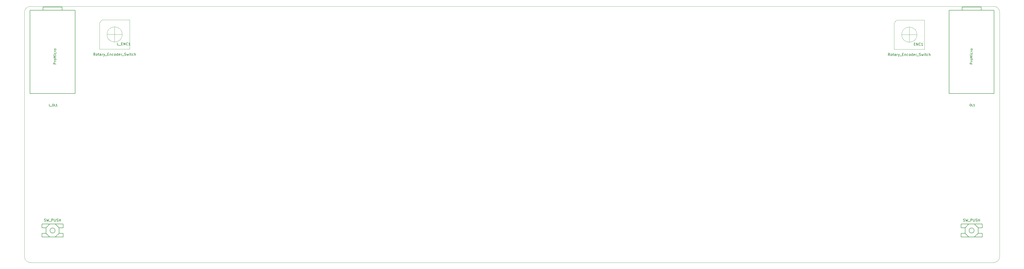
<source format=gbr>
%TF.GenerationSoftware,KiCad,Pcbnew,(5.1.9)-1*%
%TF.CreationDate,2021-05-03T17:40:34-07:00*%
%TF.ProjectId,USKB Final,55534b42-2046-4696-9e61-6c2e6b696361,rev?*%
%TF.SameCoordinates,Original*%
%TF.FileFunction,Other,Fab,Top*%
%FSLAX46Y46*%
G04 Gerber Fmt 4.6, Leading zero omitted, Abs format (unit mm)*
G04 Created by KiCad (PCBNEW (5.1.9)-1) date 2021-05-03 17:40:34*
%MOMM*%
%LPD*%
G01*
G04 APERTURE LIST*
%TA.AperFunction,Profile*%
%ADD10C,0.050000*%
%TD*%
%ADD11C,0.120000*%
%ADD12C,0.150000*%
G04 APERTURE END LIST*
D10*
X19050000Y-25400000D02*
X400050000Y-25400000D01*
X19050000Y-127000000D02*
X19843750Y-127000000D01*
X19050000Y-127000000D02*
G75*
G02*
X16668750Y-124618750I0J2381250D01*
G01*
X16668750Y-27781250D02*
X16668750Y-124618750D01*
X16668750Y-27781250D02*
G75*
G02*
X19050000Y-25400000I2381250J0D01*
G01*
X400050000Y-127000000D02*
X19843750Y-127000000D01*
X402431250Y-124618750D02*
G75*
G02*
X400050000Y-127000000I-2381250J0D01*
G01*
X402431250Y-27781250D02*
X402431250Y-124618750D01*
X400050000Y-25400000D02*
G75*
G02*
X402431250Y-27781250I0J-2381250D01*
G01*
D11*
%TO.C,ENC1*%
X369687750Y-36631250D02*
G75*
G03*
X369687750Y-36631250I-3000000J0D01*
G01*
X361687750Y-30831250D02*
X372687750Y-30831250D01*
X372687750Y-30831250D02*
X372687750Y-42431250D01*
X372687750Y-42431250D02*
X360687750Y-42431250D01*
X360687750Y-42431250D02*
X360687750Y-31931250D01*
X360687750Y-31931250D02*
X361687750Y-30831250D01*
X366687750Y-33631250D02*
X366687750Y-39631250D01*
X363687750Y-36631250D02*
X369687750Y-36631250D01*
D12*
%TO.C,U1*%
X382418750Y-59993750D02*
X382418750Y-26943750D01*
X400218750Y-59993750D02*
X382418750Y-59993750D01*
X400218750Y-26943750D02*
X400218750Y-59993750D01*
X382418750Y-26943750D02*
X387568750Y-26943750D01*
X387568750Y-25643750D02*
X395068750Y-25643750D01*
X395068750Y-25643750D02*
X395068750Y-26943750D01*
X387568750Y-25643750D02*
X387568750Y-26944711D01*
X387568750Y-26943750D02*
X395068750Y-26943750D01*
X395078750Y-26943750D02*
X400218750Y-26943750D01*
%TO.C,L_U1*%
X18881250Y-59993750D02*
X18881250Y-26943750D01*
X36681250Y-59993750D02*
X18881250Y-59993750D01*
X36681250Y-26943750D02*
X36681250Y-59993750D01*
X18881250Y-26943750D02*
X24031250Y-26943750D01*
X24031250Y-25643750D02*
X31531250Y-25643750D01*
X31531250Y-25643750D02*
X31531250Y-26943750D01*
X24031250Y-25643750D02*
X24031250Y-26944711D01*
X24031250Y-26943750D02*
X31531250Y-26943750D01*
X31541250Y-26943750D02*
X36681250Y-26943750D01*
%TO.C,L_SW1*%
X25181250Y-115400000D02*
X26681250Y-116900000D01*
X30381250Y-115400000D02*
X28881250Y-116900000D01*
X30381250Y-113200000D02*
X28881250Y-111700000D01*
X25181250Y-113200000D02*
X26681250Y-111700000D01*
X28781250Y-114300000D02*
G75*
G03*
X28781250Y-114300000I-1000000J0D01*
G01*
X23581250Y-113200000D02*
X23581250Y-111700000D01*
X25181250Y-113200000D02*
X23581250Y-113200000D01*
X25181250Y-115400000D02*
X25181250Y-113200000D01*
X23581250Y-115400000D02*
X25181250Y-115400000D01*
X23581250Y-116900000D02*
X23581250Y-115400000D01*
X31981250Y-116900000D02*
X23581250Y-116900000D01*
X31981250Y-115400000D02*
X31981250Y-116900000D01*
X30381250Y-115400000D02*
X31981250Y-115400000D01*
X30381250Y-113200000D02*
X30381250Y-115400000D01*
X31981250Y-113200000D02*
X30381250Y-113200000D01*
X31981250Y-111700000D02*
X31981250Y-113100000D01*
X23581250Y-111700000D02*
X31981250Y-111700000D01*
%TO.C,SW1*%
X388718750Y-115400000D02*
X390218750Y-116900000D01*
X393918750Y-115400000D02*
X392418750Y-116900000D01*
X393918750Y-113200000D02*
X392418750Y-111700000D01*
X388718750Y-113200000D02*
X390218750Y-111700000D01*
X392318750Y-114300000D02*
G75*
G03*
X392318750Y-114300000I-1000000J0D01*
G01*
X387118750Y-113200000D02*
X387118750Y-111700000D01*
X388718750Y-113200000D02*
X387118750Y-113200000D01*
X388718750Y-115400000D02*
X388718750Y-113200000D01*
X387118750Y-115400000D02*
X388718750Y-115400000D01*
X387118750Y-116900000D02*
X387118750Y-115400000D01*
X395518750Y-116900000D02*
X387118750Y-116900000D01*
X395518750Y-115400000D02*
X395518750Y-116900000D01*
X393918750Y-115400000D02*
X395518750Y-115400000D01*
X393918750Y-113200000D02*
X393918750Y-115400000D01*
X395518750Y-113200000D02*
X393918750Y-113200000D01*
X395518750Y-111700000D02*
X395518750Y-113100000D01*
X387118750Y-111700000D02*
X395518750Y-111700000D01*
D11*
%TO.C,L_ENC1*%
X55331000Y-36536000D02*
G75*
G03*
X55331000Y-36536000I-3000000J0D01*
G01*
X47331000Y-30736000D02*
X58331000Y-30736000D01*
X58331000Y-30736000D02*
X58331000Y-42336000D01*
X58331000Y-42336000D02*
X46331000Y-42336000D01*
X46331000Y-42336000D02*
X46331000Y-31836000D01*
X46331000Y-31836000D02*
X47331000Y-30736000D01*
X52331000Y-33536000D02*
X52331000Y-39536000D01*
X49331000Y-36536000D02*
X55331000Y-36536000D01*
%TD*%
%TO.C,ENC1*%
D12*
X358973464Y-44983630D02*
X358640130Y-44507440D01*
X358402035Y-44983630D02*
X358402035Y-43983630D01*
X358782988Y-43983630D01*
X358878226Y-44031250D01*
X358925845Y-44078869D01*
X358973464Y-44174107D01*
X358973464Y-44316964D01*
X358925845Y-44412202D01*
X358878226Y-44459821D01*
X358782988Y-44507440D01*
X358402035Y-44507440D01*
X359544892Y-44983630D02*
X359449654Y-44936011D01*
X359402035Y-44888392D01*
X359354416Y-44793154D01*
X359354416Y-44507440D01*
X359402035Y-44412202D01*
X359449654Y-44364583D01*
X359544892Y-44316964D01*
X359687750Y-44316964D01*
X359782988Y-44364583D01*
X359830607Y-44412202D01*
X359878226Y-44507440D01*
X359878226Y-44793154D01*
X359830607Y-44888392D01*
X359782988Y-44936011D01*
X359687750Y-44983630D01*
X359544892Y-44983630D01*
X360163940Y-44316964D02*
X360544892Y-44316964D01*
X360306797Y-43983630D02*
X360306797Y-44840773D01*
X360354416Y-44936011D01*
X360449654Y-44983630D01*
X360544892Y-44983630D01*
X361306797Y-44983630D02*
X361306797Y-44459821D01*
X361259178Y-44364583D01*
X361163940Y-44316964D01*
X360973464Y-44316964D01*
X360878226Y-44364583D01*
X361306797Y-44936011D02*
X361211559Y-44983630D01*
X360973464Y-44983630D01*
X360878226Y-44936011D01*
X360830607Y-44840773D01*
X360830607Y-44745535D01*
X360878226Y-44650297D01*
X360973464Y-44602678D01*
X361211559Y-44602678D01*
X361306797Y-44555059D01*
X361782988Y-44983630D02*
X361782988Y-44316964D01*
X361782988Y-44507440D02*
X361830607Y-44412202D01*
X361878226Y-44364583D01*
X361973464Y-44316964D01*
X362068702Y-44316964D01*
X362306797Y-44316964D02*
X362544892Y-44983630D01*
X362782988Y-44316964D02*
X362544892Y-44983630D01*
X362449654Y-45221726D01*
X362402035Y-45269345D01*
X362306797Y-45316964D01*
X362925845Y-45078869D02*
X363687750Y-45078869D01*
X363925845Y-44459821D02*
X364259178Y-44459821D01*
X364402035Y-44983630D02*
X363925845Y-44983630D01*
X363925845Y-43983630D01*
X364402035Y-43983630D01*
X364830607Y-44316964D02*
X364830607Y-44983630D01*
X364830607Y-44412202D02*
X364878226Y-44364583D01*
X364973464Y-44316964D01*
X365116321Y-44316964D01*
X365211559Y-44364583D01*
X365259178Y-44459821D01*
X365259178Y-44983630D01*
X366163940Y-44936011D02*
X366068702Y-44983630D01*
X365878226Y-44983630D01*
X365782988Y-44936011D01*
X365735369Y-44888392D01*
X365687750Y-44793154D01*
X365687750Y-44507440D01*
X365735369Y-44412202D01*
X365782988Y-44364583D01*
X365878226Y-44316964D01*
X366068702Y-44316964D01*
X366163940Y-44364583D01*
X366735369Y-44983630D02*
X366640130Y-44936011D01*
X366592511Y-44888392D01*
X366544892Y-44793154D01*
X366544892Y-44507440D01*
X366592511Y-44412202D01*
X366640130Y-44364583D01*
X366735369Y-44316964D01*
X366878226Y-44316964D01*
X366973464Y-44364583D01*
X367021083Y-44412202D01*
X367068702Y-44507440D01*
X367068702Y-44793154D01*
X367021083Y-44888392D01*
X366973464Y-44936011D01*
X366878226Y-44983630D01*
X366735369Y-44983630D01*
X367925845Y-44983630D02*
X367925845Y-43983630D01*
X367925845Y-44936011D02*
X367830607Y-44983630D01*
X367640130Y-44983630D01*
X367544892Y-44936011D01*
X367497273Y-44888392D01*
X367449654Y-44793154D01*
X367449654Y-44507440D01*
X367497273Y-44412202D01*
X367544892Y-44364583D01*
X367640130Y-44316964D01*
X367830607Y-44316964D01*
X367925845Y-44364583D01*
X368782988Y-44936011D02*
X368687750Y-44983630D01*
X368497273Y-44983630D01*
X368402035Y-44936011D01*
X368354416Y-44840773D01*
X368354416Y-44459821D01*
X368402035Y-44364583D01*
X368497273Y-44316964D01*
X368687750Y-44316964D01*
X368782988Y-44364583D01*
X368830607Y-44459821D01*
X368830607Y-44555059D01*
X368354416Y-44650297D01*
X369259178Y-44983630D02*
X369259178Y-44316964D01*
X369259178Y-44507440D02*
X369306797Y-44412202D01*
X369354416Y-44364583D01*
X369449654Y-44316964D01*
X369544892Y-44316964D01*
X369640130Y-45078869D02*
X370402035Y-45078869D01*
X370592511Y-44936011D02*
X370735369Y-44983630D01*
X370973464Y-44983630D01*
X371068702Y-44936011D01*
X371116321Y-44888392D01*
X371163940Y-44793154D01*
X371163940Y-44697916D01*
X371116321Y-44602678D01*
X371068702Y-44555059D01*
X370973464Y-44507440D01*
X370782988Y-44459821D01*
X370687750Y-44412202D01*
X370640130Y-44364583D01*
X370592511Y-44269345D01*
X370592511Y-44174107D01*
X370640130Y-44078869D01*
X370687750Y-44031250D01*
X370782988Y-43983630D01*
X371021083Y-43983630D01*
X371163940Y-44031250D01*
X371497273Y-44316964D02*
X371687750Y-44983630D01*
X371878226Y-44507440D01*
X372068702Y-44983630D01*
X372259178Y-44316964D01*
X372640130Y-44983630D02*
X372640130Y-44316964D01*
X372640130Y-43983630D02*
X372592511Y-44031250D01*
X372640130Y-44078869D01*
X372687749Y-44031250D01*
X372640130Y-43983630D01*
X372640130Y-44078869D01*
X372973464Y-44316964D02*
X373354416Y-44316964D01*
X373116321Y-43983630D02*
X373116321Y-44840773D01*
X373163940Y-44936011D01*
X373259178Y-44983630D01*
X373354416Y-44983630D01*
X374116321Y-44936011D02*
X374021083Y-44983630D01*
X373830607Y-44983630D01*
X373735369Y-44936011D01*
X373687749Y-44888392D01*
X373640130Y-44793154D01*
X373640130Y-44507440D01*
X373687749Y-44412202D01*
X373735369Y-44364583D01*
X373830607Y-44316964D01*
X374021083Y-44316964D01*
X374116321Y-44364583D01*
X374544892Y-44983630D02*
X374544892Y-43983630D01*
X374973464Y-44983630D02*
X374973464Y-44459821D01*
X374925845Y-44364583D01*
X374830607Y-44316964D01*
X374687749Y-44316964D01*
X374592511Y-44364583D01*
X374544892Y-44412202D01*
X368573464Y-40359821D02*
X368906797Y-40359821D01*
X369049654Y-40883630D02*
X368573464Y-40883630D01*
X368573464Y-39883630D01*
X369049654Y-39883630D01*
X369478226Y-40883630D02*
X369478226Y-39883630D01*
X370049654Y-40883630D01*
X370049654Y-39883630D01*
X371097273Y-40788392D02*
X371049654Y-40836011D01*
X370906797Y-40883630D01*
X370811559Y-40883630D01*
X370668702Y-40836011D01*
X370573464Y-40740773D01*
X370525845Y-40645535D01*
X370478226Y-40455059D01*
X370478226Y-40312202D01*
X370525845Y-40121726D01*
X370573464Y-40026488D01*
X370668702Y-39931250D01*
X370811559Y-39883630D01*
X370906797Y-39883630D01*
X371049654Y-39931250D01*
X371097273Y-39978869D01*
X372049654Y-40883630D02*
X371478226Y-40883630D01*
X371763940Y-40883630D02*
X371763940Y-39883630D01*
X371668702Y-40026488D01*
X371573464Y-40121726D01*
X371478226Y-40169345D01*
%TO.C,U1*%
X391671130Y-48317559D02*
X390671130Y-48317559D01*
X390671130Y-47936607D01*
X390718750Y-47841369D01*
X390766369Y-47793750D01*
X390861607Y-47746130D01*
X391004464Y-47746130D01*
X391099702Y-47793750D01*
X391147321Y-47841369D01*
X391194940Y-47936607D01*
X391194940Y-48317559D01*
X391671130Y-47317559D02*
X391004464Y-47317559D01*
X391194940Y-47317559D02*
X391099702Y-47269940D01*
X391052083Y-47222321D01*
X391004464Y-47127083D01*
X391004464Y-47031845D01*
X391671130Y-46555654D02*
X391623511Y-46650892D01*
X391575892Y-46698511D01*
X391480654Y-46746130D01*
X391194940Y-46746130D01*
X391099702Y-46698511D01*
X391052083Y-46650892D01*
X391004464Y-46555654D01*
X391004464Y-46412797D01*
X391052083Y-46317559D01*
X391099702Y-46269940D01*
X391194940Y-46222321D01*
X391480654Y-46222321D01*
X391575892Y-46269940D01*
X391623511Y-46317559D01*
X391671130Y-46412797D01*
X391671130Y-46555654D01*
X391671130Y-45793750D02*
X390671130Y-45793750D01*
X391385416Y-45460416D01*
X390671130Y-45127083D01*
X391671130Y-45127083D01*
X391671130Y-44650892D02*
X391004464Y-44650892D01*
X390671130Y-44650892D02*
X390718750Y-44698511D01*
X390766369Y-44650892D01*
X390718750Y-44603273D01*
X390671130Y-44650892D01*
X390766369Y-44650892D01*
X391623511Y-43746130D02*
X391671130Y-43841369D01*
X391671130Y-44031845D01*
X391623511Y-44127083D01*
X391575892Y-44174702D01*
X391480654Y-44222321D01*
X391194940Y-44222321D01*
X391099702Y-44174702D01*
X391052083Y-44127083D01*
X391004464Y-44031845D01*
X391004464Y-43841369D01*
X391052083Y-43746130D01*
X391671130Y-43317559D02*
X391004464Y-43317559D01*
X391194940Y-43317559D02*
X391099702Y-43269940D01*
X391052083Y-43222321D01*
X391004464Y-43127083D01*
X391004464Y-43031845D01*
X391671130Y-42555654D02*
X391623511Y-42650892D01*
X391575892Y-42698511D01*
X391480654Y-42746130D01*
X391194940Y-42746130D01*
X391099702Y-42698511D01*
X391052083Y-42650892D01*
X391004464Y-42555654D01*
X391004464Y-42412797D01*
X391052083Y-42317559D01*
X391099702Y-42269940D01*
X391194940Y-42222321D01*
X391480654Y-42222321D01*
X391575892Y-42269940D01*
X391623511Y-42317559D01*
X391671130Y-42412797D01*
X391671130Y-42555654D01*
%TO.C,L_U1*%
X29149630Y-48317559D02*
X28149630Y-48317559D01*
X28149630Y-47936607D01*
X28197250Y-47841369D01*
X28244869Y-47793750D01*
X28340107Y-47746130D01*
X28482964Y-47746130D01*
X28578202Y-47793750D01*
X28625821Y-47841369D01*
X28673440Y-47936607D01*
X28673440Y-48317559D01*
X29149630Y-47317559D02*
X28482964Y-47317559D01*
X28673440Y-47317559D02*
X28578202Y-47269940D01*
X28530583Y-47222321D01*
X28482964Y-47127083D01*
X28482964Y-47031845D01*
X29149630Y-46555654D02*
X29102011Y-46650892D01*
X29054392Y-46698511D01*
X28959154Y-46746130D01*
X28673440Y-46746130D01*
X28578202Y-46698511D01*
X28530583Y-46650892D01*
X28482964Y-46555654D01*
X28482964Y-46412797D01*
X28530583Y-46317559D01*
X28578202Y-46269940D01*
X28673440Y-46222321D01*
X28959154Y-46222321D01*
X29054392Y-46269940D01*
X29102011Y-46317559D01*
X29149630Y-46412797D01*
X29149630Y-46555654D01*
X29149630Y-45793750D02*
X28149630Y-45793750D01*
X28863916Y-45460416D01*
X28149630Y-45127083D01*
X29149630Y-45127083D01*
X29149630Y-44650892D02*
X28482964Y-44650892D01*
X28149630Y-44650892D02*
X28197250Y-44698511D01*
X28244869Y-44650892D01*
X28197250Y-44603273D01*
X28149630Y-44650892D01*
X28244869Y-44650892D01*
X29102011Y-43746130D02*
X29149630Y-43841369D01*
X29149630Y-44031845D01*
X29102011Y-44127083D01*
X29054392Y-44174702D01*
X28959154Y-44222321D01*
X28673440Y-44222321D01*
X28578202Y-44174702D01*
X28530583Y-44127083D01*
X28482964Y-44031845D01*
X28482964Y-43841369D01*
X28530583Y-43746130D01*
X29149630Y-43317559D02*
X28482964Y-43317559D01*
X28673440Y-43317559D02*
X28578202Y-43269940D01*
X28530583Y-43222321D01*
X28482964Y-43127083D01*
X28482964Y-43031845D01*
X29149630Y-42555654D02*
X29102011Y-42650892D01*
X29054392Y-42698511D01*
X28959154Y-42746130D01*
X28673440Y-42746130D01*
X28578202Y-42698511D01*
X28530583Y-42650892D01*
X28482964Y-42555654D01*
X28482964Y-42412797D01*
X28530583Y-42317559D01*
X28578202Y-42269940D01*
X28673440Y-42222321D01*
X28959154Y-42222321D01*
X29054392Y-42269940D01*
X29102011Y-42317559D01*
X29149630Y-42412797D01*
X29149630Y-42555654D01*
%TO.C,L_SW1*%
X24519345Y-110640761D02*
X24662202Y-110688380D01*
X24900297Y-110688380D01*
X24995535Y-110640761D01*
X25043154Y-110593142D01*
X25090773Y-110497904D01*
X25090773Y-110402666D01*
X25043154Y-110307428D01*
X24995535Y-110259809D01*
X24900297Y-110212190D01*
X24709821Y-110164571D01*
X24614583Y-110116952D01*
X24566964Y-110069333D01*
X24519345Y-109974095D01*
X24519345Y-109878857D01*
X24566964Y-109783619D01*
X24614583Y-109736000D01*
X24709821Y-109688380D01*
X24947916Y-109688380D01*
X25090773Y-109736000D01*
X25424107Y-109688380D02*
X25662202Y-110688380D01*
X25852678Y-109974095D01*
X26043154Y-110688380D01*
X26281250Y-109688380D01*
X26424107Y-110783619D02*
X27186011Y-110783619D01*
X27424107Y-110688380D02*
X27424107Y-109688380D01*
X27805059Y-109688380D01*
X27900297Y-109736000D01*
X27947916Y-109783619D01*
X27995535Y-109878857D01*
X27995535Y-110021714D01*
X27947916Y-110116952D01*
X27900297Y-110164571D01*
X27805059Y-110212190D01*
X27424107Y-110212190D01*
X28424107Y-109688380D02*
X28424107Y-110497904D01*
X28471726Y-110593142D01*
X28519345Y-110640761D01*
X28614583Y-110688380D01*
X28805059Y-110688380D01*
X28900297Y-110640761D01*
X28947916Y-110593142D01*
X28995535Y-110497904D01*
X28995535Y-109688380D01*
X29424107Y-110640761D02*
X29566964Y-110688380D01*
X29805059Y-110688380D01*
X29900297Y-110640761D01*
X29947916Y-110593142D01*
X29995535Y-110497904D01*
X29995535Y-110402666D01*
X29947916Y-110307428D01*
X29900297Y-110259809D01*
X29805059Y-110212190D01*
X29614583Y-110164571D01*
X29519345Y-110116952D01*
X29471726Y-110069333D01*
X29424107Y-109974095D01*
X29424107Y-109878857D01*
X29471726Y-109783619D01*
X29519345Y-109736000D01*
X29614583Y-109688380D01*
X29852678Y-109688380D01*
X29995535Y-109736000D01*
X30424107Y-110688380D02*
X30424107Y-109688380D01*
X30424107Y-110164571D02*
X30995535Y-110164571D01*
X30995535Y-110688380D02*
X30995535Y-109688380D01*
%TO.C,SW1*%
X388056845Y-110640761D02*
X388199702Y-110688380D01*
X388437797Y-110688380D01*
X388533035Y-110640761D01*
X388580654Y-110593142D01*
X388628273Y-110497904D01*
X388628273Y-110402666D01*
X388580654Y-110307428D01*
X388533035Y-110259809D01*
X388437797Y-110212190D01*
X388247321Y-110164571D01*
X388152083Y-110116952D01*
X388104464Y-110069333D01*
X388056845Y-109974095D01*
X388056845Y-109878857D01*
X388104464Y-109783619D01*
X388152083Y-109736000D01*
X388247321Y-109688380D01*
X388485416Y-109688380D01*
X388628273Y-109736000D01*
X388961607Y-109688380D02*
X389199702Y-110688380D01*
X389390178Y-109974095D01*
X389580654Y-110688380D01*
X389818750Y-109688380D01*
X389961607Y-110783619D02*
X390723511Y-110783619D01*
X390961607Y-110688380D02*
X390961607Y-109688380D01*
X391342559Y-109688380D01*
X391437797Y-109736000D01*
X391485416Y-109783619D01*
X391533035Y-109878857D01*
X391533035Y-110021714D01*
X391485416Y-110116952D01*
X391437797Y-110164571D01*
X391342559Y-110212190D01*
X390961607Y-110212190D01*
X391961607Y-109688380D02*
X391961607Y-110497904D01*
X392009226Y-110593142D01*
X392056845Y-110640761D01*
X392152083Y-110688380D01*
X392342559Y-110688380D01*
X392437797Y-110640761D01*
X392485416Y-110593142D01*
X392533035Y-110497904D01*
X392533035Y-109688380D01*
X392961607Y-110640761D02*
X393104464Y-110688380D01*
X393342559Y-110688380D01*
X393437797Y-110640761D01*
X393485416Y-110593142D01*
X393533035Y-110497904D01*
X393533035Y-110402666D01*
X393485416Y-110307428D01*
X393437797Y-110259809D01*
X393342559Y-110212190D01*
X393152083Y-110164571D01*
X393056845Y-110116952D01*
X393009226Y-110069333D01*
X392961607Y-109974095D01*
X392961607Y-109878857D01*
X393009226Y-109783619D01*
X393056845Y-109736000D01*
X393152083Y-109688380D01*
X393390178Y-109688380D01*
X393533035Y-109736000D01*
X393961607Y-110688380D02*
X393961607Y-109688380D01*
X393961607Y-110164571D02*
X394533035Y-110164571D01*
X394533035Y-110688380D02*
X394533035Y-109688380D01*
%TO.C,OL1*%
X390794052Y-64129895D02*
X390948871Y-64129895D01*
X391026280Y-64168600D01*
X391103690Y-64246009D01*
X391142395Y-64400828D01*
X391142395Y-64671761D01*
X391103690Y-64826580D01*
X391026280Y-64903990D01*
X390948871Y-64942695D01*
X390794052Y-64942695D01*
X390716642Y-64903990D01*
X390639233Y-64826580D01*
X390600528Y-64671761D01*
X390600528Y-64400828D01*
X390639233Y-64246009D01*
X390716642Y-64168600D01*
X390794052Y-64129895D01*
X391877785Y-64942695D02*
X391490738Y-64942695D01*
X391490738Y-64129895D01*
X392574471Y-64942695D02*
X392110014Y-64942695D01*
X392342242Y-64942695D02*
X392342242Y-64129895D01*
X392264833Y-64246009D01*
X392187423Y-64323419D01*
X392110014Y-64362123D01*
%TO.C,L_OL1*%
X26850152Y-64942695D02*
X26463104Y-64942695D01*
X26463104Y-64129895D01*
X26927561Y-65020104D02*
X27546838Y-65020104D01*
X27895180Y-64129895D02*
X28050000Y-64129895D01*
X28127409Y-64168600D01*
X28204819Y-64246009D01*
X28243523Y-64400828D01*
X28243523Y-64671761D01*
X28204819Y-64826580D01*
X28127409Y-64903990D01*
X28050000Y-64942695D01*
X27895180Y-64942695D01*
X27817771Y-64903990D01*
X27740361Y-64826580D01*
X27701657Y-64671761D01*
X27701657Y-64400828D01*
X27740361Y-64246009D01*
X27817771Y-64168600D01*
X27895180Y-64129895D01*
X28978914Y-64942695D02*
X28591866Y-64942695D01*
X28591866Y-64129895D01*
X29675600Y-64942695D02*
X29211142Y-64942695D01*
X29443371Y-64942695D02*
X29443371Y-64129895D01*
X29365961Y-64246009D01*
X29288552Y-64323419D01*
X29211142Y-64362123D01*
%TO.C,L_ENC1*%
X44616714Y-44888380D02*
X44283380Y-44412190D01*
X44045285Y-44888380D02*
X44045285Y-43888380D01*
X44426238Y-43888380D01*
X44521476Y-43936000D01*
X44569095Y-43983619D01*
X44616714Y-44078857D01*
X44616714Y-44221714D01*
X44569095Y-44316952D01*
X44521476Y-44364571D01*
X44426238Y-44412190D01*
X44045285Y-44412190D01*
X45188142Y-44888380D02*
X45092904Y-44840761D01*
X45045285Y-44793142D01*
X44997666Y-44697904D01*
X44997666Y-44412190D01*
X45045285Y-44316952D01*
X45092904Y-44269333D01*
X45188142Y-44221714D01*
X45331000Y-44221714D01*
X45426238Y-44269333D01*
X45473857Y-44316952D01*
X45521476Y-44412190D01*
X45521476Y-44697904D01*
X45473857Y-44793142D01*
X45426238Y-44840761D01*
X45331000Y-44888380D01*
X45188142Y-44888380D01*
X45807190Y-44221714D02*
X46188142Y-44221714D01*
X45950047Y-43888380D02*
X45950047Y-44745523D01*
X45997666Y-44840761D01*
X46092904Y-44888380D01*
X46188142Y-44888380D01*
X46950047Y-44888380D02*
X46950047Y-44364571D01*
X46902428Y-44269333D01*
X46807190Y-44221714D01*
X46616714Y-44221714D01*
X46521476Y-44269333D01*
X46950047Y-44840761D02*
X46854809Y-44888380D01*
X46616714Y-44888380D01*
X46521476Y-44840761D01*
X46473857Y-44745523D01*
X46473857Y-44650285D01*
X46521476Y-44555047D01*
X46616714Y-44507428D01*
X46854809Y-44507428D01*
X46950047Y-44459809D01*
X47426238Y-44888380D02*
X47426238Y-44221714D01*
X47426238Y-44412190D02*
X47473857Y-44316952D01*
X47521476Y-44269333D01*
X47616714Y-44221714D01*
X47711952Y-44221714D01*
X47950047Y-44221714D02*
X48188142Y-44888380D01*
X48426238Y-44221714D02*
X48188142Y-44888380D01*
X48092904Y-45126476D01*
X48045285Y-45174095D01*
X47950047Y-45221714D01*
X48569095Y-44983619D02*
X49331000Y-44983619D01*
X49569095Y-44364571D02*
X49902428Y-44364571D01*
X50045285Y-44888380D02*
X49569095Y-44888380D01*
X49569095Y-43888380D01*
X50045285Y-43888380D01*
X50473857Y-44221714D02*
X50473857Y-44888380D01*
X50473857Y-44316952D02*
X50521476Y-44269333D01*
X50616714Y-44221714D01*
X50759571Y-44221714D01*
X50854809Y-44269333D01*
X50902428Y-44364571D01*
X50902428Y-44888380D01*
X51807190Y-44840761D02*
X51711952Y-44888380D01*
X51521476Y-44888380D01*
X51426238Y-44840761D01*
X51378619Y-44793142D01*
X51331000Y-44697904D01*
X51331000Y-44412190D01*
X51378619Y-44316952D01*
X51426238Y-44269333D01*
X51521476Y-44221714D01*
X51711952Y-44221714D01*
X51807190Y-44269333D01*
X52378619Y-44888380D02*
X52283380Y-44840761D01*
X52235761Y-44793142D01*
X52188142Y-44697904D01*
X52188142Y-44412190D01*
X52235761Y-44316952D01*
X52283380Y-44269333D01*
X52378619Y-44221714D01*
X52521476Y-44221714D01*
X52616714Y-44269333D01*
X52664333Y-44316952D01*
X52711952Y-44412190D01*
X52711952Y-44697904D01*
X52664333Y-44793142D01*
X52616714Y-44840761D01*
X52521476Y-44888380D01*
X52378619Y-44888380D01*
X53569095Y-44888380D02*
X53569095Y-43888380D01*
X53569095Y-44840761D02*
X53473857Y-44888380D01*
X53283380Y-44888380D01*
X53188142Y-44840761D01*
X53140523Y-44793142D01*
X53092904Y-44697904D01*
X53092904Y-44412190D01*
X53140523Y-44316952D01*
X53188142Y-44269333D01*
X53283380Y-44221714D01*
X53473857Y-44221714D01*
X53569095Y-44269333D01*
X54426238Y-44840761D02*
X54331000Y-44888380D01*
X54140523Y-44888380D01*
X54045285Y-44840761D01*
X53997666Y-44745523D01*
X53997666Y-44364571D01*
X54045285Y-44269333D01*
X54140523Y-44221714D01*
X54331000Y-44221714D01*
X54426238Y-44269333D01*
X54473857Y-44364571D01*
X54473857Y-44459809D01*
X53997666Y-44555047D01*
X54902428Y-44888380D02*
X54902428Y-44221714D01*
X54902428Y-44412190D02*
X54950047Y-44316952D01*
X54997666Y-44269333D01*
X55092904Y-44221714D01*
X55188142Y-44221714D01*
X55283380Y-44983619D02*
X56045285Y-44983619D01*
X56235761Y-44840761D02*
X56378619Y-44888380D01*
X56616714Y-44888380D01*
X56711952Y-44840761D01*
X56759571Y-44793142D01*
X56807190Y-44697904D01*
X56807190Y-44602666D01*
X56759571Y-44507428D01*
X56711952Y-44459809D01*
X56616714Y-44412190D01*
X56426238Y-44364571D01*
X56331000Y-44316952D01*
X56283380Y-44269333D01*
X56235761Y-44174095D01*
X56235761Y-44078857D01*
X56283380Y-43983619D01*
X56331000Y-43936000D01*
X56426238Y-43888380D01*
X56664333Y-43888380D01*
X56807190Y-43936000D01*
X57140523Y-44221714D02*
X57331000Y-44888380D01*
X57521476Y-44412190D01*
X57711952Y-44888380D01*
X57902428Y-44221714D01*
X58283380Y-44888380D02*
X58283380Y-44221714D01*
X58283380Y-43888380D02*
X58235761Y-43936000D01*
X58283380Y-43983619D01*
X58331000Y-43936000D01*
X58283380Y-43888380D01*
X58283380Y-43983619D01*
X58616714Y-44221714D02*
X58997666Y-44221714D01*
X58759571Y-43888380D02*
X58759571Y-44745523D01*
X58807190Y-44840761D01*
X58902428Y-44888380D01*
X58997666Y-44888380D01*
X59759571Y-44840761D02*
X59664333Y-44888380D01*
X59473857Y-44888380D01*
X59378619Y-44840761D01*
X59331000Y-44793142D01*
X59283380Y-44697904D01*
X59283380Y-44412190D01*
X59331000Y-44316952D01*
X59378619Y-44269333D01*
X59473857Y-44221714D01*
X59664333Y-44221714D01*
X59759571Y-44269333D01*
X60188142Y-44888380D02*
X60188142Y-43888380D01*
X60616714Y-44888380D02*
X60616714Y-44364571D01*
X60569095Y-44269333D01*
X60473857Y-44221714D01*
X60331000Y-44221714D01*
X60235761Y-44269333D01*
X60188142Y-44316952D01*
X53907190Y-40788380D02*
X53431000Y-40788380D01*
X53431000Y-39788380D01*
X54002428Y-40883619D02*
X54764333Y-40883619D01*
X55002428Y-40264571D02*
X55335761Y-40264571D01*
X55478619Y-40788380D02*
X55002428Y-40788380D01*
X55002428Y-39788380D01*
X55478619Y-39788380D01*
X55907190Y-40788380D02*
X55907190Y-39788380D01*
X56478619Y-40788380D01*
X56478619Y-39788380D01*
X57526238Y-40693142D02*
X57478619Y-40740761D01*
X57335761Y-40788380D01*
X57240523Y-40788380D01*
X57097666Y-40740761D01*
X57002428Y-40645523D01*
X56954809Y-40550285D01*
X56907190Y-40359809D01*
X56907190Y-40216952D01*
X56954809Y-40026476D01*
X57002428Y-39931238D01*
X57097666Y-39836000D01*
X57240523Y-39788380D01*
X57335761Y-39788380D01*
X57478619Y-39836000D01*
X57526238Y-39883619D01*
X58478619Y-40788380D02*
X57907190Y-40788380D01*
X58192904Y-40788380D02*
X58192904Y-39788380D01*
X58097666Y-39931238D01*
X58002428Y-40026476D01*
X57907190Y-40074095D01*
%TD*%
M02*

</source>
